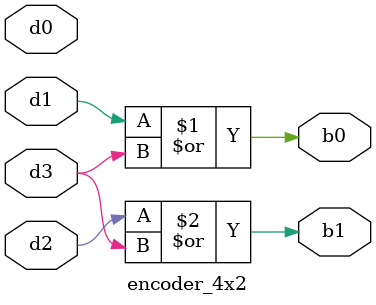
<source format=v>
module encoder_4x2(
    input d0,
    input d1,
    input d2,
    input d3,
    output b0,
    output b1
);

assign b0 = d1 | d3 ;
assign b1 = d2 | d3 ;

endmodule
</source>
